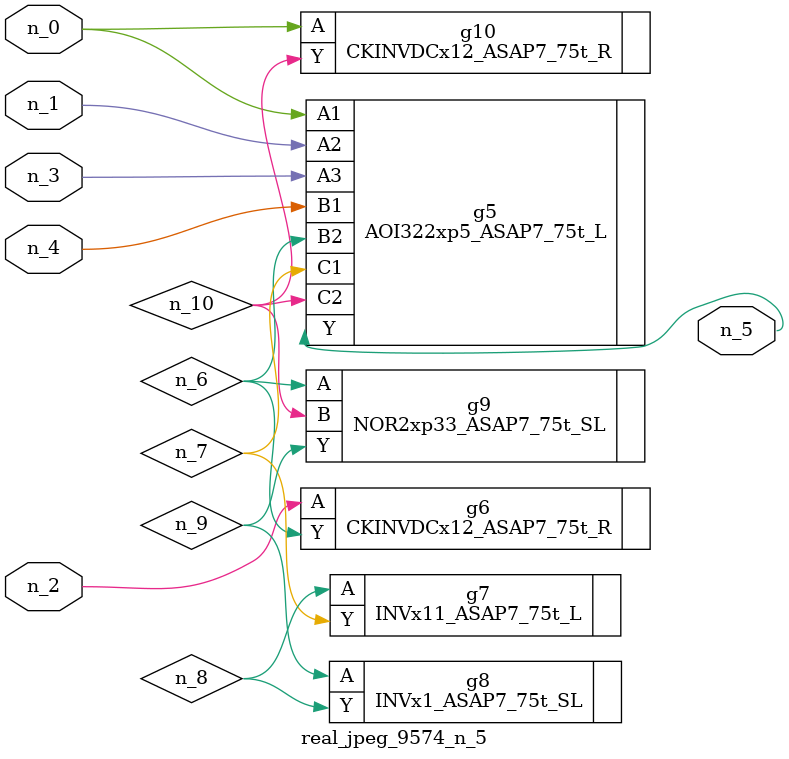
<source format=v>
module real_jpeg_9574_n_5 (n_4, n_0, n_1, n_2, n_3, n_5);

input n_4;
input n_0;
input n_1;
input n_2;
input n_3;

output n_5;

wire n_8;
wire n_6;
wire n_7;
wire n_10;
wire n_9;

AOI322xp5_ASAP7_75t_L g5 ( 
.A1(n_0),
.A2(n_1),
.A3(n_3),
.B1(n_4),
.B2(n_6),
.C1(n_7),
.C2(n_10),
.Y(n_5)
);

CKINVDCx12_ASAP7_75t_R g10 ( 
.A(n_0),
.Y(n_10)
);

CKINVDCx12_ASAP7_75t_R g6 ( 
.A(n_2),
.Y(n_6)
);

NOR2xp33_ASAP7_75t_SL g9 ( 
.A(n_6),
.B(n_10),
.Y(n_9)
);

INVx11_ASAP7_75t_L g7 ( 
.A(n_8),
.Y(n_7)
);

INVx1_ASAP7_75t_SL g8 ( 
.A(n_9),
.Y(n_8)
);


endmodule
</source>
